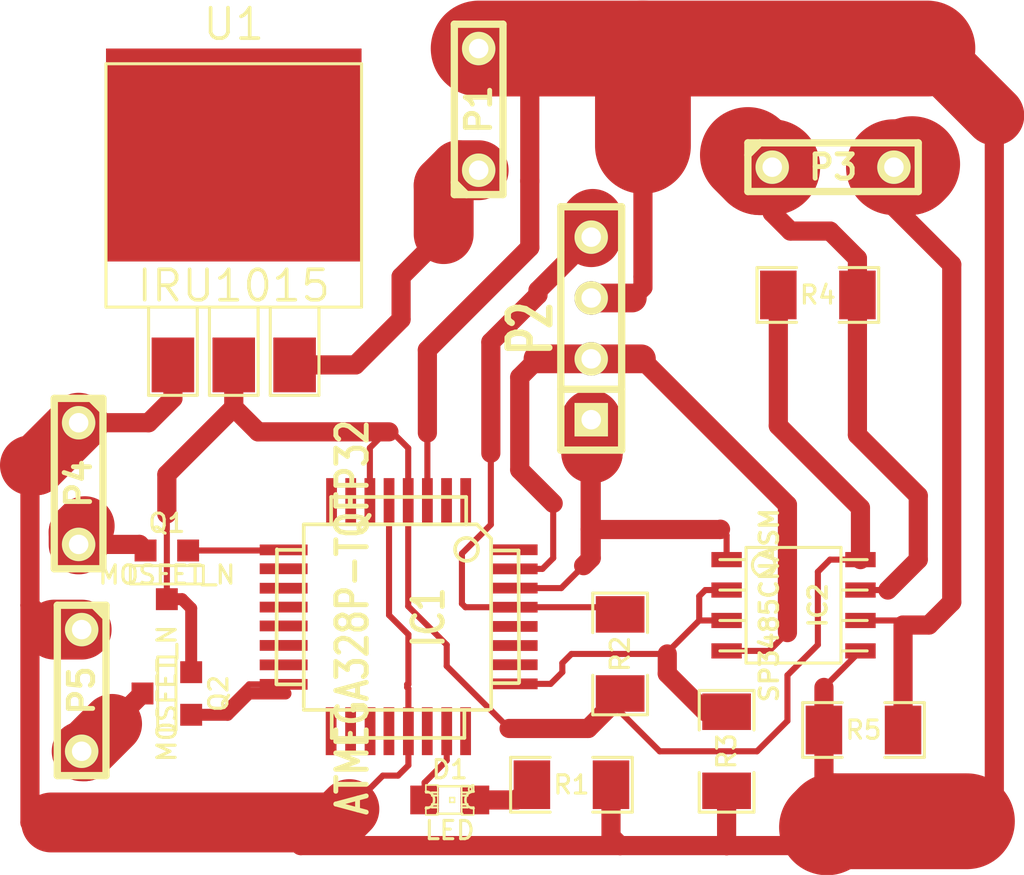
<source format=kicad_pcb>
(kicad_pcb (version 3) (host pcbnew "(2013-may-18)-stable")

  (general
    (links 39)
    (no_connects 1)
    (area 32.493 43.348688 73.552001 80.591377)
    (thickness 1.6)
    (drawings 0)
    (tracks 218)
    (zones 0)
    (modules 16)
    (nets 16)
  )

  (page A3)
  (layers
    (15 F.Cu signal)
    (0 B.Cu signal)
    (16 B.Adhes user)
    (17 F.Adhes user)
    (18 B.Paste user)
    (19 F.Paste user)
    (20 B.SilkS user)
    (21 F.SilkS user)
    (22 B.Mask user)
    (23 F.Mask user)
    (24 Dwgs.User user)
    (25 Cmts.User user)
    (26 Eco1.User user)
    (27 Eco2.User user)
    (28 Edge.Cuts user)
  )

  (setup
    (last_trace_width 2.5)
    (user_trace_width 0.5)
    (user_trace_width 0.8)
    (user_trace_width 1.2)
    (user_trace_width 2.5)
    (user_trace_width 4)
    (trace_clearance 0.254)
    (zone_clearance 0.508)
    (zone_45_only no)
    (trace_min 0.254)
    (segment_width 0.2)
    (edge_width 0.15)
    (via_size 0.889)
    (via_drill 0.635)
    (via_min_size 0.889)
    (via_min_drill 0.508)
    (uvia_size 0.508)
    (uvia_drill 0.127)
    (uvias_allowed no)
    (uvia_min_size 0.508)
    (uvia_min_drill 0.127)
    (pcb_text_width 0.3)
    (pcb_text_size 1 1)
    (mod_edge_width 0.15)
    (mod_text_size 1 1)
    (mod_text_width 0.15)
    (pad_size 1 1)
    (pad_drill 0.6)
    (pad_to_mask_clearance 0)
    (aux_axis_origin 0 0)
    (visible_elements FFFFFFBF)
    (pcbplotparams
      (layerselection 32768)
      (usegerberextensions false)
      (excludeedgelayer true)
      (linewidth 0.150000)
      (plotframeref false)
      (viasonmask false)
      (mode 1)
      (useauxorigin false)
      (hpglpennumber 1)
      (hpglpenspeed 20)
      (hpglpendiameter 15)
      (hpglpenoverlay 2)
      (psnegative false)
      (psa4output false)
      (plotreference true)
      (plotvalue true)
      (plotothertext true)
      (plotinvisibletext false)
      (padsonsilk false)
      (subtractmaskfromsilk false)
      (outputformat 2)
      (mirror false)
      (drillshape 0)
      (scaleselection 1)
      (outputdirectory ""))
  )

  (net 0 "")
  (net 1 +12V)
  (net 2 +5V)
  (net 3 /DI)
  (net 4 GND)
  (net 5 N-000001)
  (net 6 N-0000010)
  (net 7 N-0000011)
  (net 8 N-0000013)
  (net 9 N-0000014)
  (net 10 N-000002)
  (net 11 N-000003)
  (net 12 N-000004)
  (net 13 N-000006)
  (net 14 N-000008)
  (net 15 N-000009)

  (net_class Default "This is the default net class."
    (clearance 0.254)
    (trace_width 0.254)
    (via_dia 0.889)
    (via_drill 0.635)
    (uvia_dia 0.508)
    (uvia_drill 0.127)
    (add_net "")
    (add_net +12V)
    (add_net +5V)
    (add_net /DI)
    (add_net GND)
    (add_net N-000001)
    (add_net N-0000010)
    (add_net N-0000011)
    (add_net N-0000013)
    (add_net N-0000014)
    (add_net N-000002)
    (add_net N-000003)
    (add_net N-000004)
    (add_net N-000006)
    (add_net N-000008)
    (add_net N-000009)
  )

  (module TQFP32 (layer F.Cu) (tedit 43A670DA) (tstamp 53B5A394)
    (at 48.26 69.85 270)
    (path /53B44A10)
    (fp_text reference IC1 (at 0 -1.27 270) (layer F.SilkS)
      (effects (font (size 1.27 1.016) (thickness 0.2032)))
    )
    (fp_text value ATMEGA328P-TQFP32 (at 0 1.905 270) (layer F.SilkS)
      (effects (font (size 1.27 1.016) (thickness 0.2032)))
    )
    (fp_line (start 5.0292 2.7686) (end 3.8862 2.7686) (layer F.SilkS) (width 0.1524))
    (fp_line (start 5.0292 -2.7686) (end 3.9116 -2.7686) (layer F.SilkS) (width 0.1524))
    (fp_line (start 5.0292 2.7686) (end 5.0292 -2.7686) (layer F.SilkS) (width 0.1524))
    (fp_line (start 2.794 3.9624) (end 2.794 5.0546) (layer F.SilkS) (width 0.1524))
    (fp_line (start -2.8194 3.9878) (end -2.8194 5.0546) (layer F.SilkS) (width 0.1524))
    (fp_line (start -2.8448 5.0546) (end 2.794 5.08) (layer F.SilkS) (width 0.1524))
    (fp_line (start -2.794 -5.0292) (end 2.7178 -5.0546) (layer F.SilkS) (width 0.1524))
    (fp_line (start -3.8862 -3.2766) (end -3.8862 3.9116) (layer F.SilkS) (width 0.1524))
    (fp_line (start 2.7432 -5.0292) (end 2.7432 -3.9878) (layer F.SilkS) (width 0.1524))
    (fp_line (start -3.2512 -3.8862) (end 3.81 -3.8862) (layer F.SilkS) (width 0.1524))
    (fp_line (start 3.8608 3.937) (end 3.8608 -3.7846) (layer F.SilkS) (width 0.1524))
    (fp_line (start -3.8862 3.937) (end 3.7338 3.937) (layer F.SilkS) (width 0.1524))
    (fp_line (start -5.0292 -2.8448) (end -5.0292 2.794) (layer F.SilkS) (width 0.1524))
    (fp_line (start -5.0292 2.794) (end -3.8862 2.794) (layer F.SilkS) (width 0.1524))
    (fp_line (start -3.87604 -3.302) (end -3.29184 -3.8862) (layer F.SilkS) (width 0.1524))
    (fp_line (start -5.02412 -2.8448) (end -3.87604 -2.8448) (layer F.SilkS) (width 0.1524))
    (fp_line (start -2.794 -3.8862) (end -2.794 -5.03428) (layer F.SilkS) (width 0.1524))
    (fp_circle (center -2.83972 -2.86004) (end -2.43332 -2.60604) (layer F.SilkS) (width 0.1524))
    (pad 8 smd rect (at -4.81584 2.77622 270) (size 1.99898 0.44958)
      (layers F.Cu F.Paste F.Mask)
    )
    (pad 7 smd rect (at -4.81584 1.97612 270) (size 1.99898 0.44958)
      (layers F.Cu F.Paste F.Mask)
    )
    (pad 6 smd rect (at -4.81584 1.17602 270) (size 1.99898 0.44958)
      (layers F.Cu F.Paste F.Mask)
      (net 2 +5V)
    )
    (pad 5 smd rect (at -4.81584 0.37592 270) (size 1.99898 0.44958)
      (layers F.Cu F.Paste F.Mask)
      (net 4 GND)
    )
    (pad 4 smd rect (at -4.81584 -0.42418 270) (size 1.99898 0.44958)
      (layers F.Cu F.Paste F.Mask)
      (net 2 +5V)
    )
    (pad 3 smd rect (at -4.81584 -1.22428 270) (size 1.99898 0.44958)
      (layers F.Cu F.Paste F.Mask)
      (net 4 GND)
    )
    (pad 2 smd rect (at -4.81584 -2.02438 270) (size 1.99898 0.44958)
      (layers F.Cu F.Paste F.Mask)
    )
    (pad 1 smd rect (at -4.81584 -2.82448 270) (size 1.99898 0.44958)
      (layers F.Cu F.Paste F.Mask)
    )
    (pad 24 smd rect (at 4.7498 -2.8194 270) (size 1.99898 0.44958)
      (layers F.Cu F.Paste F.Mask)
    )
    (pad 17 smd rect (at 4.7498 2.794 270) (size 1.99898 0.44958)
      (layers F.Cu F.Paste F.Mask)
    )
    (pad 18 smd rect (at 4.7498 1.9812 270) (size 1.99898 0.44958)
      (layers F.Cu F.Paste F.Mask)
    )
    (pad 19 smd rect (at 4.7498 1.1684 270) (size 1.99898 0.44958)
      (layers F.Cu F.Paste F.Mask)
    )
    (pad 20 smd rect (at 4.7498 0.381 270) (size 1.99898 0.44958)
      (layers F.Cu F.Paste F.Mask)
    )
    (pad 21 smd rect (at 4.7498 -0.4318 270) (size 1.99898 0.44958)
      (layers F.Cu F.Paste F.Mask)
      (net 4 GND)
    )
    (pad 22 smd rect (at 4.7498 -1.2192 270) (size 1.99898 0.44958)
      (layers F.Cu F.Paste F.Mask)
    )
    (pad 23 smd rect (at 4.7498 -2.032 270) (size 1.99898 0.44958)
      (layers F.Cu F.Paste F.Mask)
      (net 9 N-0000014)
    )
    (pad 32 smd rect (at -2.82448 -4.826 270) (size 0.44958 1.99898)
      (layers F.Cu F.Paste F.Mask)
    )
    (pad 31 smd rect (at -2.02692 -4.826 270) (size 0.44958 1.99898)
      (layers F.Cu F.Paste F.Mask)
      (net 3 /DI)
    )
    (pad 30 smd rect (at -1.22428 -4.826 270) (size 0.44958 1.99898)
      (layers F.Cu F.Paste F.Mask)
      (net 10 N-000002)
    )
    (pad 29 smd rect (at -0.42672 -4.826 270) (size 0.44958 1.99898)
      (layers F.Cu F.Paste F.Mask)
      (net 5 N-000001)
    )
    (pad 28 smd rect (at 0.37592 -4.826 270) (size 0.44958 1.99898)
      (layers F.Cu F.Paste F.Mask)
    )
    (pad 27 smd rect (at 1.17348 -4.826 270) (size 0.44958 1.99898)
      (layers F.Cu F.Paste F.Mask)
    )
    (pad 26 smd rect (at 1.97612 -4.826 270) (size 0.44958 1.99898)
      (layers F.Cu F.Paste F.Mask)
    )
    (pad 25 smd rect (at 2.77368 -4.826 270) (size 0.44958 1.99898)
      (layers F.Cu F.Paste F.Mask)
      (net 12 N-000004)
    )
    (pad 9 smd rect (at -2.8194 4.7752 270) (size 0.44958 1.99898)
      (layers F.Cu F.Paste F.Mask)
      (net 15 N-000009)
    )
    (pad 10 smd rect (at -2.032 4.7752 270) (size 0.44958 1.99898)
      (layers F.Cu F.Paste F.Mask)
    )
    (pad 11 smd rect (at -1.2192 4.7752 270) (size 0.44958 1.99898)
      (layers F.Cu F.Paste F.Mask)
    )
    (pad 12 smd rect (at -0.4318 4.7752 270) (size 0.44958 1.99898)
      (layers F.Cu F.Paste F.Mask)
    )
    (pad 13 smd rect (at 0.3556 4.7752 270) (size 0.44958 1.99898)
      (layers F.Cu F.Paste F.Mask)
    )
    (pad 14 smd rect (at 1.1684 4.7752 270) (size 0.44958 1.99898)
      (layers F.Cu F.Paste F.Mask)
    )
    (pad 15 smd rect (at 1.9812 4.7752 270) (size 0.44958 1.99898)
      (layers F.Cu F.Paste F.Mask)
    )
    (pad 16 smd rect (at 2.794 4.7752 270) (size 0.44958 1.99898)
      (layers F.Cu F.Paste F.Mask)
      (net 7 N-0000011)
    )
    (model smd/tqfp32.wrl
      (at (xyz 0 0 0))
      (scale (xyz 1 1 1))
      (rotate (xyz 0 0 0))
    )
  )

  (module SM1206 (layer F.Cu) (tedit 42806E24) (tstamp 53B5A3A0)
    (at 57.531 71.374 270)
    (path /53B451EA)
    (attr smd)
    (fp_text reference R2 (at 0 0 270) (layer F.SilkS)
      (effects (font (size 0.762 0.762) (thickness 0.127)))
    )
    (fp_text value 1K (at 0 0 270) (layer F.SilkS) hide
      (effects (font (size 0.762 0.762) (thickness 0.127)))
    )
    (fp_line (start -2.54 -1.143) (end -2.54 1.143) (layer F.SilkS) (width 0.127))
    (fp_line (start -2.54 1.143) (end -0.889 1.143) (layer F.SilkS) (width 0.127))
    (fp_line (start 0.889 -1.143) (end 2.54 -1.143) (layer F.SilkS) (width 0.127))
    (fp_line (start 2.54 -1.143) (end 2.54 1.143) (layer F.SilkS) (width 0.127))
    (fp_line (start 2.54 1.143) (end 0.889 1.143) (layer F.SilkS) (width 0.127))
    (fp_line (start -0.889 -1.143) (end -2.54 -1.143) (layer F.SilkS) (width 0.127))
    (pad 1 smd rect (at -1.651 0 270) (size 1.524 2.032)
      (layers F.Cu F.Paste F.Mask)
      (net 5 N-000001)
    )
    (pad 2 smd rect (at 1.651 0 270) (size 1.524 2.032)
      (layers F.Cu F.Paste F.Mask)
      (net 2 +5V)
    )
    (model smd/chip_cms.wrl
      (at (xyz 0 0 0))
      (scale (xyz 0.17 0.16 0.16))
      (rotate (xyz 0 0 0))
    )
  )

  (module SM1206 (layer F.Cu) (tedit 42806E24) (tstamp 53B5A3AC)
    (at 55.499 76.835)
    (path /53B45424)
    (attr smd)
    (fp_text reference R1 (at 0 0) (layer F.SilkS)
      (effects (font (size 0.762 0.762) (thickness 0.127)))
    )
    (fp_text value 1K (at 0 0) (layer F.SilkS) hide
      (effects (font (size 0.762 0.762) (thickness 0.127)))
    )
    (fp_line (start -2.54 -1.143) (end -2.54 1.143) (layer F.SilkS) (width 0.127))
    (fp_line (start -2.54 1.143) (end -0.889 1.143) (layer F.SilkS) (width 0.127))
    (fp_line (start 0.889 -1.143) (end 2.54 -1.143) (layer F.SilkS) (width 0.127))
    (fp_line (start 2.54 -1.143) (end 2.54 1.143) (layer F.SilkS) (width 0.127))
    (fp_line (start 2.54 1.143) (end 0.889 1.143) (layer F.SilkS) (width 0.127))
    (fp_line (start -0.889 -1.143) (end -2.54 -1.143) (layer F.SilkS) (width 0.127))
    (pad 1 smd rect (at -1.651 0) (size 1.524 2.032)
      (layers F.Cu F.Paste F.Mask)
      (net 11 N-000003)
    )
    (pad 2 smd rect (at 1.651 0) (size 1.524 2.032)
      (layers F.Cu F.Paste F.Mask)
      (net 4 GND)
    )
    (model smd/chip_cms.wrl
      (at (xyz 0 0 0))
      (scale (xyz 0.17 0.16 0.16))
      (rotate (xyz 0 0 0))
    )
  )

  (module SM1206 (layer F.Cu) (tedit 42806E24) (tstamp 53B5A3B8)
    (at 61.976 75.438 90)
    (path /53B457C7)
    (attr smd)
    (fp_text reference R3 (at 0 0 90) (layer F.SilkS)
      (effects (font (size 0.762 0.762) (thickness 0.127)))
    )
    (fp_text value 10K (at 0 0 90) (layer F.SilkS) hide
      (effects (font (size 0.762 0.762) (thickness 0.127)))
    )
    (fp_line (start -2.54 -1.143) (end -2.54 1.143) (layer F.SilkS) (width 0.127))
    (fp_line (start -2.54 1.143) (end -0.889 1.143) (layer F.SilkS) (width 0.127))
    (fp_line (start 0.889 -1.143) (end 2.54 -1.143) (layer F.SilkS) (width 0.127))
    (fp_line (start 2.54 -1.143) (end 2.54 1.143) (layer F.SilkS) (width 0.127))
    (fp_line (start 2.54 1.143) (end 0.889 1.143) (layer F.SilkS) (width 0.127))
    (fp_line (start -0.889 -1.143) (end -2.54 -1.143) (layer F.SilkS) (width 0.127))
    (pad 1 smd rect (at -1.651 0 90) (size 1.524 2.032)
      (layers F.Cu F.Paste F.Mask)
      (net 4 GND)
    )
    (pad 2 smd rect (at 1.651 0 90) (size 1.524 2.032)
      (layers F.Cu F.Paste F.Mask)
      (net 12 N-000004)
    )
    (model smd/chip_cms.wrl
      (at (xyz 0 0 0))
      (scale (xyz 0.17 0.16 0.16))
      (rotate (xyz 0 0 0))
    )
  )

  (module SM1206 (layer F.Cu) (tedit 42806E24) (tstamp 53B5A3C4)
    (at 65.786 56.388 180)
    (path /53B59FCA)
    (attr smd)
    (fp_text reference R4 (at 0 0 180) (layer F.SilkS)
      (effects (font (size 0.762 0.762) (thickness 0.127)))
    )
    (fp_text value 560 (at 0 0 180) (layer F.SilkS) hide
      (effects (font (size 0.762 0.762) (thickness 0.127)))
    )
    (fp_line (start -2.54 -1.143) (end -2.54 1.143) (layer F.SilkS) (width 0.127))
    (fp_line (start -2.54 1.143) (end -0.889 1.143) (layer F.SilkS) (width 0.127))
    (fp_line (start 0.889 -1.143) (end 2.54 -1.143) (layer F.SilkS) (width 0.127))
    (fp_line (start 2.54 -1.143) (end 2.54 1.143) (layer F.SilkS) (width 0.127))
    (fp_line (start 2.54 1.143) (end 0.889 1.143) (layer F.SilkS) (width 0.127))
    (fp_line (start -0.889 -1.143) (end -2.54 -1.143) (layer F.SilkS) (width 0.127))
    (pad 1 smd rect (at -1.651 0 180) (size 1.524 2.032)
      (layers F.Cu F.Paste F.Mask)
      (net 13 N-000006)
    )
    (pad 2 smd rect (at 1.651 0 180) (size 1.524 2.032)
      (layers F.Cu F.Paste F.Mask)
      (net 2 +5V)
    )
    (model smd/chip_cms.wrl
      (at (xyz 0 0 0))
      (scale (xyz 0.17 0.16 0.16))
      (rotate (xyz 0 0 0))
    )
  )

  (module SM1206 (layer F.Cu) (tedit 42806E24) (tstamp 53BAFD8F)
    (at 67.691 74.549)
    (path /53B59FD0)
    (attr smd)
    (fp_text reference R5 (at 0 0) (layer F.SilkS)
      (effects (font (size 0.762 0.762) (thickness 0.127)))
    )
    (fp_text value 560 (at 0 0) (layer F.SilkS) hide
      (effects (font (size 0.762 0.762) (thickness 0.127)))
    )
    (fp_line (start -2.54 -1.143) (end -2.54 1.143) (layer F.SilkS) (width 0.127))
    (fp_line (start -2.54 1.143) (end -0.889 1.143) (layer F.SilkS) (width 0.127))
    (fp_line (start 0.889 -1.143) (end 2.54 -1.143) (layer F.SilkS) (width 0.127))
    (fp_line (start 2.54 -1.143) (end 2.54 1.143) (layer F.SilkS) (width 0.127))
    (fp_line (start 2.54 1.143) (end 0.889 1.143) (layer F.SilkS) (width 0.127))
    (fp_line (start -0.889 -1.143) (end -2.54 -1.143) (layer F.SilkS) (width 0.127))
    (pad 1 smd rect (at -1.651 0) (size 1.524 2.032)
      (layers F.Cu F.Paste F.Mask)
      (net 4 GND)
    )
    (pad 2 smd rect (at 1.651 0) (size 1.524 2.032)
      (layers F.Cu F.Paste F.Mask)
      (net 14 N-000008)
    )
    (model smd/chip_cms.wrl
      (at (xyz 0 0 0))
      (scale (xyz 0.17 0.16 0.16))
      (rotate (xyz 0 0 0))
    )
  )

  (module SIL-4 (layer F.Cu) (tedit 200000) (tstamp 53BA7070)
    (at 56.3245 57.785 90)
    (descr "Connecteur 4 pibs")
    (tags "CONN DEV")
    (path /53B4528F)
    (fp_text reference P2 (at 0 -2.54 90) (layer F.SilkS)
      (effects (font (size 1.73482 1.08712) (thickness 0.3048)))
    )
    (fp_text value CONN_4 (at 0 -2.54 90) (layer F.SilkS) hide
      (effects (font (size 1.524 1.016) (thickness 0.3048)))
    )
    (fp_line (start -5.08 -1.27) (end -5.08 -1.27) (layer F.SilkS) (width 0.3048))
    (fp_line (start -5.08 1.27) (end -5.08 -1.27) (layer F.SilkS) (width 0.3048))
    (fp_line (start -5.08 -1.27) (end -5.08 -1.27) (layer F.SilkS) (width 0.3048))
    (fp_line (start -5.08 -1.27) (end 5.08 -1.27) (layer F.SilkS) (width 0.3048))
    (fp_line (start 5.08 -1.27) (end 5.08 1.27) (layer F.SilkS) (width 0.3048))
    (fp_line (start 5.08 1.27) (end -5.08 1.27) (layer F.SilkS) (width 0.3048))
    (fp_line (start -2.54 1.27) (end -2.54 -1.27) (layer F.SilkS) (width 0.3048))
    (pad 1 thru_hole rect (at -3.81 0 90) (size 1.397 1.397) (drill 0.8128)
      (layers *.Cu *.Mask F.SilkS)
      (net 10 N-000002)
    )
    (pad 2 thru_hole circle (at -1.27 0 90) (size 1.397 1.397) (drill 0.8128)
      (layers *.Cu *.Mask F.SilkS)
      (net 3 /DI)
    )
    (pad 3 thru_hole circle (at 1.27 0 90) (size 1.397 1.397) (drill 0.8128)
      (layers *.Cu *.Mask F.SilkS)
      (net 4 GND)
    )
    (pad 4 thru_hole circle (at 3.81 0 90) (size 1.397 1.397) (drill 0.8128)
      (layers *.Cu *.Mask F.SilkS)
      (net 5 N-000001)
    )
  )

  (module LED-0805 (layer F.Cu) (tedit 49DC4C0B) (tstamp 53B5A41A)
    (at 50.419 77.47)
    (descr "LED 0805 smd package")
    (tags "LED 0805 SMD")
    (path /53B453A6)
    (attr smd)
    (fp_text reference D1 (at 0 -1.27) (layer F.SilkS)
      (effects (font (size 0.762 0.762) (thickness 0.127)))
    )
    (fp_text value LED (at 0 1.27) (layer F.SilkS)
      (effects (font (size 0.762 0.762) (thickness 0.127)))
    )
    (fp_line (start 0.49784 0.29972) (end 0.49784 0.62484) (layer F.SilkS) (width 0.06604))
    (fp_line (start 0.49784 0.62484) (end 0.99822 0.62484) (layer F.SilkS) (width 0.06604))
    (fp_line (start 0.99822 0.29972) (end 0.99822 0.62484) (layer F.SilkS) (width 0.06604))
    (fp_line (start 0.49784 0.29972) (end 0.99822 0.29972) (layer F.SilkS) (width 0.06604))
    (fp_line (start 0.49784 -0.32258) (end 0.49784 -0.17272) (layer F.SilkS) (width 0.06604))
    (fp_line (start 0.49784 -0.17272) (end 0.7493 -0.17272) (layer F.SilkS) (width 0.06604))
    (fp_line (start 0.7493 -0.32258) (end 0.7493 -0.17272) (layer F.SilkS) (width 0.06604))
    (fp_line (start 0.49784 -0.32258) (end 0.7493 -0.32258) (layer F.SilkS) (width 0.06604))
    (fp_line (start 0.49784 0.17272) (end 0.49784 0.32258) (layer F.SilkS) (width 0.06604))
    (fp_line (start 0.49784 0.32258) (end 0.7493 0.32258) (layer F.SilkS) (width 0.06604))
    (fp_line (start 0.7493 0.17272) (end 0.7493 0.32258) (layer F.SilkS) (width 0.06604))
    (fp_line (start 0.49784 0.17272) (end 0.7493 0.17272) (layer F.SilkS) (width 0.06604))
    (fp_line (start 0.49784 -0.19812) (end 0.49784 0.19812) (layer F.SilkS) (width 0.06604))
    (fp_line (start 0.49784 0.19812) (end 0.6731 0.19812) (layer F.SilkS) (width 0.06604))
    (fp_line (start 0.6731 -0.19812) (end 0.6731 0.19812) (layer F.SilkS) (width 0.06604))
    (fp_line (start 0.49784 -0.19812) (end 0.6731 -0.19812) (layer F.SilkS) (width 0.06604))
    (fp_line (start -0.99822 0.29972) (end -0.99822 0.62484) (layer F.SilkS) (width 0.06604))
    (fp_line (start -0.99822 0.62484) (end -0.49784 0.62484) (layer F.SilkS) (width 0.06604))
    (fp_line (start -0.49784 0.29972) (end -0.49784 0.62484) (layer F.SilkS) (width 0.06604))
    (fp_line (start -0.99822 0.29972) (end -0.49784 0.29972) (layer F.SilkS) (width 0.06604))
    (fp_line (start -0.99822 -0.62484) (end -0.99822 -0.29972) (layer F.SilkS) (width 0.06604))
    (fp_line (start -0.99822 -0.29972) (end -0.49784 -0.29972) (layer F.SilkS) (width 0.06604))
    (fp_line (start -0.49784 -0.62484) (end -0.49784 -0.29972) (layer F.SilkS) (width 0.06604))
    (fp_line (start -0.99822 -0.62484) (end -0.49784 -0.62484) (layer F.SilkS) (width 0.06604))
    (fp_line (start -0.7493 0.17272) (end -0.7493 0.32258) (layer F.SilkS) (width 0.06604))
    (fp_line (start -0.7493 0.32258) (end -0.49784 0.32258) (layer F.SilkS) (width 0.06604))
    (fp_line (start -0.49784 0.17272) (end -0.49784 0.32258) (layer F.SilkS) (width 0.06604))
    (fp_line (start -0.7493 0.17272) (end -0.49784 0.17272) (layer F.SilkS) (width 0.06604))
    (fp_line (start -0.7493 -0.32258) (end -0.7493 -0.17272) (layer F.SilkS) (width 0.06604))
    (fp_line (start -0.7493 -0.17272) (end -0.49784 -0.17272) (layer F.SilkS) (width 0.06604))
    (fp_line (start -0.49784 -0.32258) (end -0.49784 -0.17272) (layer F.SilkS) (width 0.06604))
    (fp_line (start -0.7493 -0.32258) (end -0.49784 -0.32258) (layer F.SilkS) (width 0.06604))
    (fp_line (start -0.6731 -0.19812) (end -0.6731 0.19812) (layer F.SilkS) (width 0.06604))
    (fp_line (start -0.6731 0.19812) (end -0.49784 0.19812) (layer F.SilkS) (width 0.06604))
    (fp_line (start -0.49784 -0.19812) (end -0.49784 0.19812) (layer F.SilkS) (width 0.06604))
    (fp_line (start -0.6731 -0.19812) (end -0.49784 -0.19812) (layer F.SilkS) (width 0.06604))
    (fp_line (start 0 -0.09906) (end 0 0.09906) (layer F.SilkS) (width 0.06604))
    (fp_line (start 0 0.09906) (end 0.19812 0.09906) (layer F.SilkS) (width 0.06604))
    (fp_line (start 0.19812 -0.09906) (end 0.19812 0.09906) (layer F.SilkS) (width 0.06604))
    (fp_line (start 0 -0.09906) (end 0.19812 -0.09906) (layer F.SilkS) (width 0.06604))
    (fp_line (start 0.49784 -0.59944) (end 0.49784 -0.29972) (layer F.SilkS) (width 0.06604))
    (fp_line (start 0.49784 -0.29972) (end 0.79756 -0.29972) (layer F.SilkS) (width 0.06604))
    (fp_line (start 0.79756 -0.59944) (end 0.79756 -0.29972) (layer F.SilkS) (width 0.06604))
    (fp_line (start 0.49784 -0.59944) (end 0.79756 -0.59944) (layer F.SilkS) (width 0.06604))
    (fp_line (start 0.92456 -0.62484) (end 0.92456 -0.39878) (layer F.SilkS) (width 0.06604))
    (fp_line (start 0.92456 -0.39878) (end 0.99822 -0.39878) (layer F.SilkS) (width 0.06604))
    (fp_line (start 0.99822 -0.62484) (end 0.99822 -0.39878) (layer F.SilkS) (width 0.06604))
    (fp_line (start 0.92456 -0.62484) (end 0.99822 -0.62484) (layer F.SilkS) (width 0.06604))
    (fp_line (start 0.52324 0.57404) (end -0.52324 0.57404) (layer F.SilkS) (width 0.1016))
    (fp_line (start -0.49784 -0.57404) (end 0.92456 -0.57404) (layer F.SilkS) (width 0.1016))
    (fp_circle (center 0.84836 -0.44958) (end 0.89916 -0.50038) (layer F.SilkS) (width 0.0508))
    (fp_arc (start 0.99822 0) (end 0.99822 0.34798) (angle 180) (layer F.SilkS) (width 0.1016))
    (fp_arc (start -0.99822 0) (end -0.99822 -0.34798) (angle 180) (layer F.SilkS) (width 0.1016))
    (pad 1 smd rect (at -1.04902 0) (size 1.19888 1.19888)
      (layers F.Cu F.Paste F.Mask)
      (net 9 N-0000014)
    )
    (pad 2 smd rect (at 1.04902 0) (size 1.19888 1.19888)
      (layers F.Cu F.Paste F.Mask)
      (net 11 N-000003)
    )
  )

  (module DPAK3 (layer F.Cu) (tedit 42808881) (tstamp 53B5A42F)
    (at 41.402 59.309)
    (tags "CMS DPACK")
    (path /53B44AD1)
    (fp_text reference U1 (at 0 -14.224) (layer F.SilkS)
      (effects (font (size 1.27 1.27) (thickness 0.1524)))
    )
    (fp_text value IRU1015 (at 0 -3.302) (layer F.SilkS)
      (effects (font (size 1.27 1.27) (thickness 0.1524)))
    )
    (fp_line (start 1.524 -2.413) (end 1.524 1.27) (layer F.SilkS) (width 0.127))
    (fp_line (start 1.524 1.27) (end 3.556 1.27) (layer F.SilkS) (width 0.127))
    (fp_line (start 3.556 1.27) (end 3.556 -2.413) (layer F.SilkS) (width 0.127))
    (fp_line (start -1.016 -2.413) (end -1.016 1.27) (layer F.SilkS) (width 0.127))
    (fp_line (start -1.016 1.27) (end 1.016 1.27) (layer F.SilkS) (width 0.127))
    (fp_line (start 1.016 1.27) (end 1.016 -2.413) (layer F.SilkS) (width 0.127))
    (fp_line (start -3.556 -2.413) (end -3.556 1.27) (layer F.SilkS) (width 0.127))
    (fp_line (start -3.556 1.27) (end -1.524 1.27) (layer F.SilkS) (width 0.127))
    (fp_line (start -1.524 1.27) (end -1.524 -2.413) (layer F.SilkS) (width 0.127))
    (fp_line (start -5.334 -2.413) (end 5.334 -2.413) (layer F.SilkS) (width 0.127))
    (fp_line (start 5.334 -2.413) (end 5.334 -12.573) (layer F.SilkS) (width 0.127))
    (fp_line (start 5.334 -12.573) (end -5.334 -12.573) (layer F.SilkS) (width 0.127))
    (fp_line (start -5.334 -12.573) (end -5.334 -2.413) (layer F.SilkS) (width 0.127))
    (pad 2 smd rect (at 0 -8.763) (size 10.668 8.89)
      (layers F.Cu F.Paste F.Mask)
      (net 2 +5V)
    )
    (pad 2 smd rect (at 0 0) (size 1.778 2.286)
      (layers F.Cu F.Paste F.Mask)
      (net 2 +5V)
    )
    (pad 1 smd rect (at -2.54 0) (size 1.778 2.286)
      (layers F.Cu F.Paste F.Mask)
      (net 4 GND)
    )
    (pad 3 smd rect (at 2.54 0) (size 1.778 2.286)
      (layers F.Cu F.Paste F.Mask)
      (net 1 +12V)
    )
    (model smd/dpack_3.wrl
      (at (xyz 0 0 0))
      (scale (xyz 1 1 1))
      (rotate (xyz 0 0 0))
    )
  )

  (module C2 (layer F.Cu) (tedit 53BA6EE3) (tstamp 53BA6F53)
    (at 51.6255 48.641 90)
    (descr "Condensateur = 2 pas")
    (tags C)
    (path /53B44DC6)
    (fp_text reference P1 (at 0 0 90) (layer F.SilkS)
      (effects (font (size 1.016 1.016) (thickness 0.2032)))
    )
    (fp_text value CONN_2 (at 0 0 90) (layer F.SilkS) hide
      (effects (font (size 1.016 1.016) (thickness 0.2032)))
    )
    (fp_line (start -3.556 -1.016) (end 3.556 -1.016) (layer F.SilkS) (width 0.3048))
    (fp_line (start 3.556 -1.016) (end 3.556 1.016) (layer F.SilkS) (width 0.3048))
    (fp_line (start 3.556 1.016) (end -3.556 1.016) (layer F.SilkS) (width 0.3048))
    (fp_line (start -3.556 1.016) (end -3.556 -1.016) (layer F.SilkS) (width 0.3048))
    (fp_line (start -3.556 -0.508) (end -3.048 -1.016) (layer F.SilkS) (width 0.3048))
    (pad 1 thru_hole circle (at -2.54 0 90) (size 1.397 1.397) (drill 0.8128)
      (layers *.Cu *.Mask F.SilkS)
      (net 1 +12V)
    )
    (pad 2 thru_hole circle (at 2.54 0 90) (size 1.397 1.397) (drill 0.8128)
      (layers *.Cu *.Mask F.SilkS)
      (net 4 GND)
    )
    (model discret/capa_2pas_5x5mm.wrl
      (at (xyz 0 0 0))
      (scale (xyz 1 1 1))
      (rotate (xyz 0 0 0))
    )
  )

  (module C2 (layer F.Cu) (tedit 200000) (tstamp 53B5A445)
    (at 66.421 51.054)
    (descr "Condensateur = 2 pas")
    (tags C)
    (path /53B4510D)
    (fp_text reference P3 (at 0 0) (layer F.SilkS)
      (effects (font (size 1.016 1.016) (thickness 0.2032)))
    )
    (fp_text value CONN_2 (at 0 0) (layer F.SilkS) hide
      (effects (font (size 1.016 1.016) (thickness 0.2032)))
    )
    (fp_line (start -3.556 -1.016) (end 3.556 -1.016) (layer F.SilkS) (width 0.3048))
    (fp_line (start 3.556 -1.016) (end 3.556 1.016) (layer F.SilkS) (width 0.3048))
    (fp_line (start 3.556 1.016) (end -3.556 1.016) (layer F.SilkS) (width 0.3048))
    (fp_line (start -3.556 1.016) (end -3.556 -1.016) (layer F.SilkS) (width 0.3048))
    (fp_line (start -3.556 -0.508) (end -3.048 -1.016) (layer F.SilkS) (width 0.3048))
    (pad 1 thru_hole circle (at -2.54 0) (size 1.397 1.397) (drill 0.8128)
      (layers *.Cu *.Mask F.SilkS)
      (net 13 N-000006)
    )
    (pad 2 thru_hole circle (at 2.54 0) (size 1.397 1.397) (drill 0.8128)
      (layers *.Cu *.Mask F.SilkS)
      (net 14 N-000008)
    )
    (model discret/capa_2pas_5x5mm.wrl
      (at (xyz 0 0 0))
      (scale (xyz 1 1 1))
      (rotate (xyz 0 0 0))
    )
  )

  (module SOT23GDS (layer F.Cu) (tedit 50911E03) (tstamp 53B70C22)
    (at 38.608 68.072)
    (descr "Module CMS SOT23 Transistore EBC")
    (tags "CMS SOT")
    (path /53B7013C)
    (attr smd)
    (fp_text reference Q1 (at 0 -2.159) (layer F.SilkS)
      (effects (font (size 0.762 0.762) (thickness 0.12954)))
    )
    (fp_text value MOSFET_N (at 0 0) (layer F.SilkS)
      (effects (font (size 0.762 0.762) (thickness 0.12954)))
    )
    (fp_line (start -1.524 -0.381) (end 1.524 -0.381) (layer F.SilkS) (width 0.11938))
    (fp_line (start 1.524 -0.381) (end 1.524 0.381) (layer F.SilkS) (width 0.11938))
    (fp_line (start 1.524 0.381) (end -1.524 0.381) (layer F.SilkS) (width 0.11938))
    (fp_line (start -1.524 0.381) (end -1.524 -0.381) (layer F.SilkS) (width 0.11938))
    (pad S smd rect (at -0.889 -1.016) (size 0.9144 0.9144)
      (layers F.Cu F.Paste F.Mask)
      (net 6 N-0000010)
    )
    (pad G smd rect (at 0.889 -1.016) (size 0.9144 0.9144)
      (layers F.Cu F.Paste F.Mask)
      (net 15 N-000009)
    )
    (pad D smd rect (at 0 1.016) (size 0.9144 0.9144)
      (layers F.Cu F.Paste F.Mask)
      (net 2 +5V)
    )
    (model smd/cms_sot23.wrl
      (at (xyz 0 0 0))
      (scale (xyz 0.13 0.15 0.15))
      (rotate (xyz 0 0 0))
    )
  )

  (module SOT23GDS (layer F.Cu) (tedit 50911E03) (tstamp 53B70C2D)
    (at 38.608 73.025 270)
    (descr "Module CMS SOT23 Transistore EBC")
    (tags "CMS SOT")
    (path /53B70190)
    (attr smd)
    (fp_text reference Q2 (at 0 -2.159 270) (layer F.SilkS)
      (effects (font (size 0.762 0.762) (thickness 0.12954)))
    )
    (fp_text value MOSFET_N (at 0 0 270) (layer F.SilkS)
      (effects (font (size 0.762 0.762) (thickness 0.12954)))
    )
    (fp_line (start -1.524 -0.381) (end 1.524 -0.381) (layer F.SilkS) (width 0.11938))
    (fp_line (start 1.524 -0.381) (end 1.524 0.381) (layer F.SilkS) (width 0.11938))
    (fp_line (start 1.524 0.381) (end -1.524 0.381) (layer F.SilkS) (width 0.11938))
    (fp_line (start -1.524 0.381) (end -1.524 -0.381) (layer F.SilkS) (width 0.11938))
    (pad S smd rect (at -0.889 -1.016 270) (size 0.9144 0.9144)
      (layers F.Cu F.Paste F.Mask)
      (net 2 +5V)
    )
    (pad G smd rect (at 0.889 -1.016 270) (size 0.9144 0.9144)
      (layers F.Cu F.Paste F.Mask)
      (net 7 N-0000011)
    )
    (pad D smd rect (at 0 1.016 270) (size 0.9144 0.9144)
      (layers F.Cu F.Paste F.Mask)
      (net 8 N-0000013)
    )
    (model smd/cms_sot23.wrl
      (at (xyz 0 0 0))
      (scale (xyz 0.13 0.15 0.15))
      (rotate (xyz 0 0 0))
    )
  )

  (module C2 (layer F.Cu) (tedit 53B7138E) (tstamp 53B70C38)
    (at 34.925 64.262 270)
    (descr "Condensateur = 2 pas")
    (tags C)
    (path /53B707A6)
    (fp_text reference P4 (at 0 0 270) (layer F.SilkS)
      (effects (font (size 1.016 1.016) (thickness 0.2032)))
    )
    (fp_text value RELEPD5 (at 0 0 270) (layer F.SilkS) hide
      (effects (font (size 1.016 1.016) (thickness 0.2032)))
    )
    (fp_line (start -3.556 -1.016) (end 3.556 -1.016) (layer F.SilkS) (width 0.3048))
    (fp_line (start 3.556 -1.016) (end 3.556 1.016) (layer F.SilkS) (width 0.3048))
    (fp_line (start 3.556 1.016) (end -3.556 1.016) (layer F.SilkS) (width 0.3048))
    (fp_line (start -3.556 1.016) (end -3.556 -1.016) (layer F.SilkS) (width 0.3048))
    (fp_line (start -3.556 -0.508) (end -3.048 -1.016) (layer F.SilkS) (width 0.3048))
    (pad 1 thru_hole circle (at -2.54 0 270) (size 1.397 1.397) (drill 0.8128)
      (layers *.Cu *.Mask F.SilkS)
      (net 4 GND)
    )
    (pad 2 thru_hole circle (at 2.54 0 270) (size 1.397 1.397) (drill 0.8128)
      (layers *.Cu *.Mask F.SilkS)
      (net 6 N-0000010)
    )
    (model discret/capa_2pas_5x5mm.wrl
      (at (xyz 0 0 0))
      (scale (xyz 1 1 1))
      (rotate (xyz 0 0 0))
    )
  )

  (module C2 (layer F.Cu) (tedit 53B70CCA) (tstamp 53B70C43)
    (at 35.052 72.898 270)
    (descr "Condensateur = 2 pas")
    (tags C)
    (path /53B707AC)
    (fp_text reference P5 (at 0 0 270) (layer F.SilkS)
      (effects (font (size 1.016 1.016) (thickness 0.2032)))
    )
    (fp_text value CONN_2RELEPB4 (at 0 0 270) (layer F.SilkS) hide
      (effects (font (size 1.016 1.016) (thickness 0.2032)))
    )
    (fp_line (start -3.556 -1.016) (end 3.556 -1.016) (layer F.SilkS) (width 0.3048))
    (fp_line (start 3.556 -1.016) (end 3.556 1.016) (layer F.SilkS) (width 0.3048))
    (fp_line (start 3.556 1.016) (end -3.556 1.016) (layer F.SilkS) (width 0.3048))
    (fp_line (start -3.556 1.016) (end -3.556 -1.016) (layer F.SilkS) (width 0.3048))
    (fp_line (start -3.556 -0.508) (end -3.048 -1.016) (layer F.SilkS) (width 0.3048))
    (pad 1 thru_hole circle (at -2.54 0 270) (size 1.397 1.397) (drill 0.8128)
      (layers *.Cu *.Mask F.SilkS)
      (net 4 GND)
    )
    (pad 2 thru_hole circle (at 2.54 0 270) (size 1.397 1.397) (drill 0.8128)
      (layers *.Cu *.Mask F.SilkS)
      (net 8 N-0000013)
    )
    (model discret/capa_2pas_5x5mm.wrl
      (at (xyz 0 0 0))
      (scale (xyz 1 1 1))
      (rotate (xyz 0 0 0))
    )
  )

  (module so-8 (layer F.Cu) (tedit 48A6C16E) (tstamp 53B70E28)
    (at 64.77 69.342 270)
    (descr SO-8)
    (path /53B712AC)
    (attr smd)
    (fp_text reference IC2 (at 0 -1.016 270) (layer F.SilkS)
      (effects (font (size 0.7493 0.7493) (thickness 0.14986)))
    )
    (fp_text value SP3485CNASM (at 0 1.016 270) (layer F.SilkS)
      (effects (font (size 0.7493 0.7493) (thickness 0.14986)))
    )
    (fp_line (start -2.413 -1.9812) (end -2.413 1.9812) (layer F.SilkS) (width 0.127))
    (fp_line (start -2.413 1.9812) (end 2.413 1.9812) (layer F.SilkS) (width 0.127))
    (fp_line (start 2.413 1.9812) (end 2.413 -1.9812) (layer F.SilkS) (width 0.127))
    (fp_line (start 2.413 -1.9812) (end -2.413 -1.9812) (layer F.SilkS) (width 0.127))
    (fp_line (start -1.905 -1.9812) (end -1.905 -3.0734) (layer F.SilkS) (width 0.127))
    (fp_line (start -0.635 -1.9812) (end -0.635 -3.0734) (layer F.SilkS) (width 0.127))
    (fp_line (start 0.635 -1.9812) (end 0.635 -3.0734) (layer F.SilkS) (width 0.127))
    (fp_line (start 1.905 -3.0734) (end 1.905 -1.9812) (layer F.SilkS) (width 0.127))
    (fp_line (start 1.905 1.9812) (end 1.905 3.0734) (layer F.SilkS) (width 0.127))
    (fp_line (start 0.635 3.0734) (end 0.635 1.9812) (layer F.SilkS) (width 0.127))
    (fp_line (start -0.635 3.0734) (end -0.635 1.9812) (layer F.SilkS) (width 0.127))
    (fp_line (start -1.905 3.0734) (end -1.905 1.9812) (layer F.SilkS) (width 0.127))
    (fp_circle (center -1.6764 1.2446) (end -1.9558 1.6256) (layer F.SilkS) (width 0.127))
    (pad 1 smd rect (at -1.905 2.794 270) (size 0.635 1.27)
      (layers F.Cu F.Paste F.Mask)
      (net 10 N-000002)
    )
    (pad 2 smd rect (at -0.635 2.794 270) (size 0.635 1.27)
      (layers F.Cu F.Paste F.Mask)
      (net 12 N-000004)
    )
    (pad 3 smd rect (at 0.635 2.794 270) (size 0.635 1.27)
      (layers F.Cu F.Paste F.Mask)
      (net 12 N-000004)
    )
    (pad 4 smd rect (at 1.905 2.794 270) (size 0.635 1.27)
      (layers F.Cu F.Paste F.Mask)
      (net 3 /DI)
    )
    (pad 5 smd rect (at 1.905 -2.794 270) (size 0.635 1.27)
      (layers F.Cu F.Paste F.Mask)
      (net 4 GND)
    )
    (pad 6 smd rect (at 0.635 -2.794 270) (size 0.635 1.27)
      (layers F.Cu F.Paste F.Mask)
      (net 14 N-000008)
    )
    (pad 7 smd rect (at -0.635 -2.794 270) (size 0.635 1.27)
      (layers F.Cu F.Paste F.Mask)
      (net 13 N-000006)
    )
    (pad 8 smd rect (at -1.905 -2.794 270) (size 0.635 1.27)
      (layers F.Cu F.Paste F.Mask)
      (net 2 +5V)
    )
    (model smd/smd_dil/so-8.wrl
      (at (xyz 0 0 0))
      (scale (xyz 1 1 1))
      (rotate (xyz 0 0 0))
    )
  )

  (segment (start 51.6255 51.181) (end 50.8 51.181) (width 2.5) (layer F.Cu) (net 1))
  (segment (start 50.8 51.181) (end 50.165 51.816) (width 2.5) (layer F.Cu) (net 1) (tstamp 53BAFF6D))
  (segment (start 50.165 51.816) (end 50.165 53.848) (width 2.5) (layer F.Cu) (net 1) (tstamp 53BAFF6F))
  (segment (start 43.942 59.309) (end 46.482 59.309) (width 0.8) (layer F.Cu) (net 1))
  (segment (start 46.482 59.309) (end 48.387 57.404) (width 0.8) (layer F.Cu) (net 1) (tstamp 53BAA03B))
  (segment (start 48.387 57.404) (end 48.387 55.626) (width 0.8) (layer F.Cu) (net 1) (tstamp 53BAA03C))
  (segment (start 48.387 55.626) (end 50.165 53.848) (width 0.8) (layer F.Cu) (net 1) (tstamp 53BAA03D))
  (segment (start 64.135 56.388) (end 64.135 61.849) (width 0.8) (layer F.Cu) (net 2))
  (segment (start 64.135 61.849) (end 67.564 65.278) (width 0.8) (layer F.Cu) (net 2) (tstamp 53BAFFF3))
  (segment (start 67.564 65.278) (end 67.564 67.437) (width 0.8) (layer F.Cu) (net 2) (tstamp 53BAFFF4))
  (segment (start 57.531 73.025) (end 57.531 73.787) (width 0.254) (layer F.Cu) (net 2))
  (segment (start 66.294 67.437) (end 67.564 67.437) (width 0.254) (layer F.Cu) (net 2) (tstamp 53BAFE9F))
  (segment (start 65.786 67.945) (end 66.294 67.437) (width 0.254) (layer F.Cu) (net 2) (tstamp 53BAFE9E))
  (segment (start 65.786 70.993) (end 65.786 67.945) (width 0.254) (layer F.Cu) (net 2) (tstamp 53BAFE9C))
  (segment (start 64.516 72.263) (end 65.786 70.993) (width 0.254) (layer F.Cu) (net 2) (tstamp 53BAFE9A))
  (segment (start 64.516 74.168) (end 64.516 72.263) (width 0.254) (layer F.Cu) (net 2) (tstamp 53BAFE98))
  (segment (start 63.246 75.438) (end 64.516 74.168) (width 0.254) (layer F.Cu) (net 2) (tstamp 53BAFE96))
  (segment (start 59.182 75.438) (end 63.246 75.438) (width 0.254) (layer F.Cu) (net 2) (tstamp 53BAFE94))
  (segment (start 57.531 73.787) (end 59.182 75.438) (width 0.254) (layer F.Cu) (net 2) (tstamp 53BAFE93))
  (segment (start 38.608 65.532) (end 38.608 63.881) (width 0.8) (layer F.Cu) (net 2))
  (segment (start 38.608 63.881) (end 41.402 61.087) (width 0.8) (layer F.Cu) (net 2) (tstamp 53BAA05E))
  (segment (start 38.608 69.088) (end 38.608 65.532) (width 0.254) (layer F.Cu) (net 2))
  (segment (start 38.608 65.532) (end 38.735 65.659) (width 0.254) (layer F.Cu) (net 2) (tstamp 53BAA054))
  (segment (start 47.08398 65.03416) (end 47.08398 62.77102) (width 0.254) (layer F.Cu) (net 2))
  (segment (start 48.68418 62.78118) (end 48.68418 65.03416) (width 0.254) (layer F.Cu) (net 2) (tstamp 53BAA04D))
  (segment (start 48.006 62.103) (end 48.68418 62.78118) (width 0.254) (layer F.Cu) (net 2) (tstamp 53BAA04B))
  (segment (start 47.752 62.103) (end 48.006 62.103) (width 0.254) (layer F.Cu) (net 2) (tstamp 53BAA04A))
  (segment (start 47.08398 62.77102) (end 47.752 62.103) (width 0.254) (layer F.Cu) (net 2) (tstamp 53BAA047))
  (segment (start 41.402 59.309) (end 41.402 61.087) (width 0.8) (layer F.Cu) (net 2))
  (segment (start 42.418 62.103) (end 47.879 62.103) (width 0.8) (layer F.Cu) (net 2) (tstamp 53BAA038))
  (segment (start 41.402 61.087) (end 42.418 62.103) (width 0.8) (layer F.Cu) (net 2) (tstamp 53BAA037))
  (segment (start 52.8955 74.4855) (end 56.1975 74.4855) (width 0.8) (layer F.Cu) (net 2))
  (segment (start 48.68418 69.38518) (end 50.292 70.993) (width 0.254) (layer F.Cu) (net 2) (tstamp 53B7146E))
  (segment (start 50.292 70.993) (end 50.292 71.882) (width 0.254) (layer F.Cu) (net 2) (tstamp 53B7147E))
  (segment (start 50.292 71.882) (end 52.8955 74.4855) (width 0.254) (layer F.Cu) (net 2) (tstamp 53B71480))
  (segment (start 48.68418 65.03416) (end 48.68418 69.38518) (width 0.254) (layer F.Cu) (net 2))
  (segment (start 56.1975 74.4855) (end 57.531 73.152) (width 0.8) (layer F.Cu) (net 2) (tstamp 53BA6EB7))
  (segment (start 57.531 73.152) (end 57.531 73.025) (width 0.8) (layer F.Cu) (net 2) (tstamp 53BA6EB8))
  (segment (start 38.608 69.088) (end 39.243 69.088) (width 0.5) (layer F.Cu) (net 2))
  (segment (start 39.624 69.469) (end 39.624 72.136) (width 0.5) (layer F.Cu) (net 2) (tstamp 53BA6E4F))
  (segment (start 39.243 69.088) (end 39.624 69.469) (width 0.5) (layer F.Cu) (net 2) (tstamp 53BA6E4D))
  (segment (start 54.102 59.055) (end 53.34 59.817) (width 0.8) (layer F.Cu) (net 3))
  (segment (start 53.34 59.817) (end 53.34 63.6905) (width 0.8) (layer F.Cu) (net 3) (tstamp 53BB01B1))
  (segment (start 53.34 63.6905) (end 54.737 65.0875) (width 0.8) (layer F.Cu) (net 3) (tstamp 53BB01B6))
  (segment (start 58.42 59.055) (end 54.102 59.055) (width 1.2) (layer F.Cu) (net 3))
  (segment (start 58.42 59.055) (end 64.516 65.151) (width 0.8) (layer F.Cu) (net 3) (tstamp 53BA80B0))
  (segment (start 64.516 65.151) (end 64.516 70.485) (width 0.8) (layer F.Cu) (net 3))
  (segment (start 63.754 71.247) (end 64.516 70.485) (width 0.254) (layer F.Cu) (net 3) (tstamp 53BA7075))
  (segment (start 64.516 65.151) (end 58.42 59.055) (width 0.254) (layer F.Cu) (net 3) (tstamp 53BA7077))
  (segment (start 61.976 71.247) (end 63.754 71.247) (width 0.254) (layer F.Cu) (net 3))
  (segment (start 56.3245 59.055) (end 58.42 59.055) (width 0.8) (layer F.Cu) (net 3))
  (segment (start 54.102 59.055) (end 56.3245 59.055) (width 0.254) (layer F.Cu) (net 3) (tstamp 53BA7016))
  (segment (start 53.086 67.82308) (end 54.28742 67.82308) (width 0.254) (layer F.Cu) (net 3))
  (segment (start 54.28742 67.82308) (end 54.737 67.3735) (width 0.254) (layer F.Cu) (net 3) (tstamp 53BA700F))
  (segment (start 54.737 67.3735) (end 54.737 65.0875) (width 0.254) (layer F.Cu) (net 3) (tstamp 53BA7010))
  (segment (start 54.737 65.0875) (end 53.34 63.6905) (width 0.254) (layer F.Cu) (net 3) (tstamp 53BA7011))
  (segment (start 53.34 63.6905) (end 53.34 59.817) (width 0.254) (layer F.Cu) (net 3) (tstamp 53BA7013))
  (segment (start 73.152 77.216) (end 73.152 48.895) (width 0.8) (layer F.Cu) (net 4) (tstamp 53BAA141))
  (segment (start 72.009 78.359) (end 73.152 77.216) (width 0.8) (layer F.Cu) (net 4) (tstamp 53BB00E5))
  (segment (start 70.358 46.101) (end 73.152 48.895) (width 2.5) (layer F.Cu) (net 4))
  (segment (start 32.893 63.5) (end 33.147 63.5) (width 2.5) (layer F.Cu) (net 4))
  (segment (start 33.147 63.5) (end 34.925 61.722) (width 2.5) (layer F.Cu) (net 4) (tstamp 53BB012F))
  (segment (start 35.052 70.358) (end 33.909 70.358) (width 2.5) (layer F.Cu) (net 4))
  (segment (start 72.009 78.359) (end 66.421 78.359) (width 4) (layer F.Cu) (net 4))
  (segment (start 66.421 78.359) (end 66.167 78.613) (width 4) (layer F.Cu) (net 4) (tstamp 53BB00E7))
  (segment (start 48.6918 74.5998) (end 48.6918 76.0222) (width 0.254) (layer F.Cu) (net 4))
  (segment (start 47.625 76.454) (end 45.6692 78.4098) (width 0.254) (layer F.Cu) (net 4) (tstamp 53BB00CE))
  (segment (start 48.26 76.454) (end 47.625 76.454) (width 0.254) (layer F.Cu) (net 4) (tstamp 53BB00CD))
  (segment (start 48.6918 76.0222) (end 48.26 76.454) (width 0.254) (layer F.Cu) (net 4) (tstamp 53BB00CC))
  (segment (start 33.782 78.4098) (end 45.6692 78.4098) (width 2.5) (layer F.Cu) (net 4))
  (segment (start 45.6692 78.4098) (end 46.228 77.851) (width 2.5) (layer F.Cu) (net 4) (tstamp 53BB00BC))
  (segment (start 58.4835 50.165) (end 58.4835 46.101) (width 4) (layer F.Cu) (net 4))
  (segment (start 51.6255 46.101) (end 70.358 46.101) (width 4) (layer F.Cu) (net 4))
  (segment (start 56.3245 56.515) (end 58.039 56.515) (width 1.2) (layer F.Cu) (net 4))
  (segment (start 66.04 74.549) (end 66.04 72.771) (width 0.8) (layer F.Cu) (net 4))
  (segment (start 66.04 78.613) (end 66.167 78.613) (width 0.8) (layer F.Cu) (net 4))
  (segment (start 66.167 78.613) (end 66.929 79.375) (width 0.8) (layer F.Cu) (net 4) (tstamp 53BAFFDA))
  (segment (start 66.04 74.549) (end 66.04 78.613) (width 0.8) (layer F.Cu) (net 4))
  (segment (start 66.04 78.613) (end 65.278 79.375) (width 0.8) (layer F.Cu) (net 4) (tstamp 53BAFFD4))
  (segment (start 66.04 72.771) (end 67.564 71.247) (width 0.254) (layer F.Cu) (net 4) (tstamp 53BAFE80))
  (segment (start 57.15 76.835) (end 57.15 78.994) (width 0.8) (layer F.Cu) (net 4))
  (segment (start 57.15 78.994) (end 57.531 79.375) (width 0.8) (layer F.Cu) (net 4) (tstamp 53BAA153))
  (segment (start 61.976 77.089) (end 61.976 79.375) (width 0.8) (layer F.Cu) (net 4))
  (segment (start 61.976 79.375) (end 61.976 79.248) (width 0.8) (layer F.Cu) (net 4) (tstamp 53BAA14E))
  (segment (start 61.976 79.248) (end 61.976 79.375) (width 0.8) (layer F.Cu) (net 4) (tstamp 53BAA150))
  (segment (start 43.6372 78.4098) (end 43.6372 78.8162) (width 0.8) (layer F.Cu) (net 4))
  (segment (start 70.358 46.101) (end 58.4835 46.101) (width 0.8) (layer F.Cu) (net 4) (tstamp 53BAA143))
  (segment (start 66.929 79.375) (end 70.993 79.375) (width 0.8) (layer F.Cu) (net 4) (tstamp 53BAA17C))
  (segment (start 70.993 79.375) (end 72.009 78.359) (width 0.8) (layer F.Cu) (net 4) (tstamp 53BAA140))
  (segment (start 44.196 79.375) (end 57.531 79.375) (width 0.8) (layer F.Cu) (net 4) (tstamp 53BAA13F))
  (segment (start 57.531 79.375) (end 61.976 79.375) (width 0.8) (layer F.Cu) (net 4) (tstamp 53BAA156))
  (segment (start 61.976 79.375) (end 65.278 79.375) (width 0.8) (layer F.Cu) (net 4) (tstamp 53BAA151))
  (segment (start 65.278 79.375) (end 66.929 79.375) (width 0.8) (layer F.Cu) (net 4) (tstamp 53BAFFD8))
  (segment (start 43.6372 78.8162) (end 44.196 79.375) (width 0.8) (layer F.Cu) (net 4) (tstamp 53BAA13E))
  (segment (start 53.7591 51.63312) (end 53.7591 54.4068) (width 0.8) (layer F.Cu) (net 4))
  (segment (start 53.7591 54.4068) (end 49.48428 58.68162) (width 0.8) (layer F.Cu) (net 4) (tstamp 53BAA041))
  (segment (start 49.48428 58.68162) (end 49.48428 62.14872) (width 0.8) (layer F.Cu) (net 4) (tstamp 53BAA042))
  (segment (start 34.925 61.722) (end 37.846 61.722) (width 0.8) (layer F.Cu) (net 4))
  (segment (start 37.846 61.722) (end 38.862 60.706) (width 0.8) (layer F.Cu) (net 4) (tstamp 53BAA033))
  (segment (start 38.862 60.706) (end 38.862 59.309) (width 0.8) (layer F.Cu) (net 4) (tstamp 53BAA034))
  (segment (start 53.7591 51.63312) (end 53.7591 46.37786) (width 0.8) (layer F.Cu) (net 4))
  (segment (start 49.48428 65.03416) (end 49.48428 62.14872) (width 0.254) (layer F.Cu) (net 4))
  (segment (start 49.48428 62.14872) (end 49.48428 58.68162) (width 0.254) (layer F.Cu) (net 4) (tstamp 53BAA045))
  (segment (start 53.7591 46.37786) (end 54.03596 46.101) (width 0.254) (layer F.Cu) (net 4) (tstamp 53BA827B))
  (segment (start 49.48428 58.68162) (end 53.7591 54.4068) (width 0.254) (layer F.Cu) (net 4) (tstamp 53BA8276))
  (segment (start 32.893 78.4098) (end 33.782 78.4098) (width 0.8) (layer F.Cu) (net 4))
  (segment (start 33.782 78.4098) (end 43.6372 78.4098) (width 0.8) (layer F.Cu) (net 4) (tstamp 53BB00BA))
  (segment (start 32.893 69.342) (end 32.893 78.4098) (width 0.8) (layer F.Cu) (net 4))
  (segment (start 58.4835 56.0705) (end 58.4835 55.626) (width 0.8) (layer F.Cu) (net 4) (tstamp 53BA704C))
  (segment (start 58.039 56.515) (end 58.4835 56.0705) (width 0.8) (layer F.Cu) (net 4) (tstamp 53BA704B))
  (segment (start 58.4835 55.626) (end 58.4835 50.165) (width 0.8) (layer F.Cu) (net 4) (tstamp 53BA709C))
  (segment (start 58.4835 46.101) (end 58.039 46.101) (width 0.8) (layer F.Cu) (net 4) (tstamp 53BA704F))
  (segment (start 58.039 46.101) (end 54.03596 46.101) (width 0.8) (layer F.Cu) (net 4) (tstamp 53BA7175))
  (segment (start 54.03596 46.101) (end 54.356 46.101) (width 0.8) (layer F.Cu) (net 4) (tstamp 53BA8286))
  (segment (start 51.6255 46.101) (end 54.356 46.101) (width 0.8) (layer F.Cu) (net 4))
  (segment (start 32.893 69.342) (end 33.909 70.358) (width 0.8) (layer F.Cu) (net 4) (tstamp 53BA6E8E))
  (segment (start 32.893 63.5) (end 32.893 69.342) (width 0.8) (layer F.Cu) (net 4) (tstamp 53BB012D))
  (segment (start 48.6918 74.5998) (end 48.6918 72.8218) (width 0.254) (layer F.Cu) (net 4))
  (segment (start 48.641 72.644) (end 48.6918 72.644) (width 0.254) (layer F.Cu) (net 4) (tstamp 53B7140A))
  (segment (start 48.641 72.771) (end 48.641 72.644) (width 0.254) (layer F.Cu) (net 4) (tstamp 53B71409))
  (segment (start 48.6918 72.8218) (end 48.641 72.771) (width 0.254) (layer F.Cu) (net 4) (tstamp 53B71408))
  (segment (start 47.88408 65.03416) (end 47.88408 69.75348) (width 0.254) (layer F.Cu) (net 4))
  (segment (start 47.88408 69.75348) (end 48.6918 70.5612) (width 0.254) (layer F.Cu) (net 4) (tstamp 53B712AB))
  (segment (start 48.6918 72.644) (end 48.6918 70.5612) (width 0.254) (layer F.Cu) (net 4) (tstamp 53B7140B))
  (segment (start 52.1335 62.992) (end 52.1335 58.3565) (width 0.8) (layer F.Cu) (net 5))
  (segment (start 54.102 56.1975) (end 56.3245 53.975) (width 0.8) (layer F.Cu) (net 5) (tstamp 53BB021C))
  (segment (start 54.102 56.388) (end 54.102 56.1975) (width 0.8) (layer F.Cu) (net 5) (tstamp 53BB021B))
  (segment (start 52.1335 58.3565) (end 54.102 56.388) (width 0.8) (layer F.Cu) (net 5) (tstamp 53BB021A))
  (segment (start 56.3245 53.975) (end 56.3245 53.2765) (width 2.5) (layer F.Cu) (net 5))
  (segment (start 56.3245 53.2765) (end 56.388 53.213) (width 2.5) (layer F.Cu) (net 5) (tstamp 53BB0014))
  (segment (start 52.1335 65.9765) (end 52.1335 62.992) (width 0.254) (layer F.Cu) (net 5) (tstamp 53BA7040))
  (segment (start 50.927 67.183) (end 52.1335 65.9765) (width 0.254) (layer F.Cu) (net 5) (tstamp 53BA703E))
  (segment (start 50.927 69.2785) (end 50.927 67.183) (width 0.254) (layer F.Cu) (net 5) (tstamp 53BA703D))
  (segment (start 51.07178 69.42328) (end 50.927 69.2785) (width 0.254) (layer F.Cu) (net 5) (tstamp 53BA703C))
  (segment (start 53.086 69.42328) (end 51.07178 69.42328) (width 0.254) (layer F.Cu) (net 5))
  (segment (start 53.086 69.42328) (end 57.23128 69.42328) (width 0.254) (layer F.Cu) (net 5))
  (segment (start 57.23128 69.42328) (end 57.531 69.723) (width 0.254) (layer F.Cu) (net 5) (tstamp 53B7123D))
  (segment (start 34.925 66.802) (end 34.925 66.294) (width 2.5) (layer F.Cu) (net 6))
  (segment (start 34.925 66.294) (end 35.179 66.04) (width 2.5) (layer F.Cu) (net 6) (tstamp 53BB0138))
  (segment (start 34.925 66.802) (end 37.465 66.802) (width 0.8) (layer F.Cu) (net 6))
  (segment (start 37.465 66.802) (end 37.719 67.056) (width 0.8) (layer F.Cu) (net 6) (tstamp 53BA6E89))
  (segment (start 39.624 73.914) (end 41.148 73.914) (width 0.5) (layer F.Cu) (net 7))
  (segment (start 42.037 73.025) (end 43.561 73.025) (width 0.5) (layer F.Cu) (net 7) (tstamp 53BA6E48))
  (segment (start 41.148 73.914) (end 42.037 73.025) (width 0.5) (layer F.Cu) (net 7) (tstamp 53BA6E46))
  (segment (start 39.624 73.914) (end 40.767 73.914) (width 0.254) (layer F.Cu) (net 7))
  (segment (start 42.037 72.644) (end 43.4848 72.644) (width 0.254) (layer F.Cu) (net 7) (tstamp 53BA6E40))
  (segment (start 40.767 73.914) (end 42.037 72.644) (width 0.254) (layer F.Cu) (net 7) (tstamp 53BA6E3F))
  (segment (start 35.052 75.438) (end 35.179 75.438) (width 2.5) (layer F.Cu) (net 8))
  (segment (start 35.179 75.438) (end 36.322 74.295) (width 2.5) (layer F.Cu) (net 8) (tstamp 53BB0123))
  (segment (start 35.052 75.438) (end 35.814 75.438) (width 0.8) (layer F.Cu) (net 8))
  (segment (start 36.83 73.787) (end 37.592 73.025) (width 0.8) (layer F.Cu) (net 8) (tstamp 53BA6E94))
  (segment (start 36.83 74.422) (end 36.83 73.787) (width 0.8) (layer F.Cu) (net 8) (tstamp 53BA6E93))
  (segment (start 35.814 75.438) (end 36.83 74.422) (width 0.8) (layer F.Cu) (net 8) (tstamp 53BA6E92))
  (segment (start 50.292 74.5998) (end 50.292 75.819) (width 0.254) (layer F.Cu) (net 9))
  (segment (start 49.36998 76.74102) (end 49.36998 77.47) (width 0.254) (layer F.Cu) (net 9) (tstamp 53BAA137))
  (segment (start 50.292 75.819) (end 49.36998 76.74102) (width 0.254) (layer F.Cu) (net 9) (tstamp 53BAA136))
  (segment (start 56.3245 61.595) (end 56.3245 62.9285) (width 2.5) (layer F.Cu) (net 10))
  (segment (start 56.388 62.992) (end 56.3245 62.992) (width 2.5) (layer F.Cu) (net 10) (tstamp 53BB003E))
  (segment (start 56.3245 62.9285) (end 56.388 62.992) (width 2.5) (layer F.Cu) (net 10) (tstamp 53BB003A))
  (segment (start 56.3245 66.1797) (end 61.7093 66.1797) (width 0.8) (layer F.Cu) (net 10))
  (segment (start 61.7093 66.1797) (end 61.722 66.167) (width 0.8) (layer F.Cu) (net 10) (tstamp 53BA80CC))
  (segment (start 61.976 67.437) (end 61.976 66.421) (width 0.254) (layer F.Cu) (net 10))
  (segment (start 61.722 66.167) (end 56.007 66.167) (width 0.254) (layer F.Cu) (net 10) (tstamp 53B7B569))
  (segment (start 61.976 66.421) (end 61.722 66.167) (width 0.254) (layer F.Cu) (net 10) (tstamp 53B7B568))
  (segment (start 56.3245 62.992) (end 56.3245 66.1797) (width 0.8) (layer F.Cu) (net 10) (tstamp 53BB003F))
  (segment (start 56.3245 66.1797) (end 56.3245 67.3735) (width 0.8) (layer F.Cu) (net 10) (tstamp 53BA80CA))
  (segment (start 56.3245 67.3735) (end 56.007 67.691) (width 0.8) (layer F.Cu) (net 10) (tstamp 53BA80C5))
  (segment (start 56.007 61.9125) (end 56.3245 61.595) (width 0.254) (layer F.Cu) (net 10) (tstamp 53BA7019))
  (segment (start 56.007 66.167) (end 56.007 61.9125) (width 0.254) (layer F.Cu) (net 10))
  (segment (start 53.086 68.62572) (end 55.07228 68.62572) (width 0.254) (layer F.Cu) (net 10))
  (segment (start 55.07228 68.62572) (end 56.007 67.691) (width 0.254) (layer F.Cu) (net 10) (tstamp 53B7B558))
  (segment (start 56.007 67.691) (end 56.007 66.167) (width 0.254) (layer F.Cu) (net 10) (tstamp 53B7B55A))
  (segment (start 51.46802 77.47) (end 53.213 77.47) (width 0.8) (layer F.Cu) (net 11))
  (segment (start 53.213 77.47) (end 53.848 76.835) (width 0.8) (layer F.Cu) (net 11) (tstamp 53BAA13A))
  (segment (start 61.976 68.707) (end 61.087 68.707) (width 0.254) (layer F.Cu) (net 12))
  (segment (start 61.087 68.707) (end 60.833 68.961) (width 0.254) (layer F.Cu) (net 12) (tstamp 53B71285))
  (segment (start 60.833 68.961) (end 60.833 69.977) (width 0.254) (layer F.Cu) (net 12) (tstamp 53B71287))
  (segment (start 61.976 69.977) (end 60.833 69.977) (width 0.254) (layer F.Cu) (net 12))
  (segment (start 60.833 69.977) (end 59.436 71.374) (width 0.254) (layer F.Cu) (net 12) (tstamp 53B71262))
  (segment (start 59.436 71.374) (end 59.4995 71.374) (width 0.254) (layer F.Cu) (net 12) (tstamp 53B71263))
  (segment (start 61.976 73.787) (end 61.087 73.787) (width 0.8) (layer F.Cu) (net 12))
  (segment (start 59.4995 71.374) (end 55.499 71.374) (width 0.254) (layer F.Cu) (net 12) (tstamp 53B7128E))
  (segment (start 55.499 71.374) (end 55.118 71.755) (width 0.254) (layer F.Cu) (net 12) (tstamp 53B71264))
  (segment (start 55.118 71.755) (end 55.118 72.136) (width 0.254) (layer F.Cu) (net 12) (tstamp 53B71267))
  (segment (start 55.118 72.136) (end 54.63032 72.62368) (width 0.254) (layer F.Cu) (net 12) (tstamp 53B71269))
  (segment (start 54.63032 72.62368) (end 53.086 72.62368) (width 0.254) (layer F.Cu) (net 12) (tstamp 53B7126B))
  (segment (start 61.087 73.787) (end 59.4995 72.1995) (width 0.8) (layer F.Cu) (net 12) (tstamp 53BAA159))
  (segment (start 59.4995 72.1995) (end 59.4995 71.374) (width 0.8) (layer F.Cu) (net 12) (tstamp 53BAA15A))
  (segment (start 69.977 64.77) (end 69.977 67.437) (width 0.8) (layer F.Cu) (net 13))
  (segment (start 69.977 67.437) (end 68.707 68.707) (width 0.8) (layer F.Cu) (net 13) (tstamp 53BB0009))
  (segment (start 67.437 56.388) (end 67.437 62.23) (width 0.8) (layer F.Cu) (net 13))
  (segment (start 67.437 62.23) (end 69.977 64.77) (width 0.8) (layer F.Cu) (net 13) (tstamp 53BAFFB9))
  (segment (start 63.881 51.054) (end 63.881 52.959) (width 0.8) (layer F.Cu) (net 13))
  (segment (start 67.437 54.864) (end 67.437 56.388) (width 0.8) (layer F.Cu) (net 13) (tstamp 53BAFFB6))
  (segment (start 66.294 53.721) (end 67.437 54.864) (width 0.8) (layer F.Cu) (net 13) (tstamp 53BAFFB4))
  (segment (start 64.643 53.721) (end 66.294 53.721) (width 0.8) (layer F.Cu) (net 13) (tstamp 53BAFFB3))
  (segment (start 63.881 52.959) (end 64.643 53.721) (width 0.8) (layer F.Cu) (net 13) (tstamp 53BAFFB2))
  (segment (start 63.881 51.054) (end 63.373 51.054) (width 4) (layer F.Cu) (net 13))
  (segment (start 63.373 51.054) (end 62.865 50.546) (width 4) (layer F.Cu) (net 13) (tstamp 53BAFEE7))
  (segment (start 67.564 68.707) (end 68.707 68.707) (width 0.254) (layer F.Cu) (net 13))
  (segment (start 68.707 68.707) (end 69.977 67.437) (width 0.254) (layer F.Cu) (net 13) (tstamp 53BAFEA9))
  (segment (start 69.342 74.549) (end 69.342 70.1675) (width 0.8) (layer F.Cu) (net 14))
  (segment (start 68.961 51.054) (end 68.961 52.705) (width 0.8) (layer F.Cu) (net 14))
  (segment (start 68.961 52.705) (end 71.374 55.118) (width 0.8) (layer F.Cu) (net 14) (tstamp 53BAFFC0))
  (segment (start 71.374 55.118) (end 71.374 69.215) (width 0.8) (layer F.Cu) (net 14) (tstamp 53BAFFC1))
  (segment (start 70.4215 70.1675) (end 69.342 70.1675) (width 0.8) (layer F.Cu) (net 14) (tstamp 53BAFFC6))
  (segment (start 71.374 69.215) (end 70.4215 70.1675) (width 0.8) (layer F.Cu) (net 14) (tstamp 53BAFFC4))
  (segment (start 68.961 51.054) (end 69.596 51.054) (width 4) (layer F.Cu) (net 14))
  (segment (start 69.596 51.054) (end 69.723 50.927) (width 4) (layer F.Cu) (net 14) (tstamp 53BAFEE0))
  (segment (start 69.342 70.1675) (end 70.1675 70.1675) (width 0.254) (layer F.Cu) (net 14))
  (segment (start 70.1675 70.1675) (end 71.374 68.961) (width 0.254) (layer F.Cu) (net 14) (tstamp 53BAFED1))
  (segment (start 71.374 68.961) (end 71.374 55.118) (width 0.254) (layer F.Cu) (net 14) (tstamp 53BAFED2))
  (segment (start 71.374 55.118) (end 68.961 52.705) (width 0.254) (layer F.Cu) (net 14) (tstamp 53BAFED4))
  (segment (start 69.342 70.1675) (end 69.342 70.231) (width 0.254) (layer F.Cu) (net 14) (tstamp 53BAFECF))
  (segment (start 69.088 69.977) (end 67.564 69.977) (width 0.254) (layer F.Cu) (net 14) (tstamp 53BAFE85))
  (segment (start 69.342 70.231) (end 69.088 69.977) (width 0.254) (layer F.Cu) (net 14) (tstamp 53BAFE84))
  (segment (start 39.497 67.056) (end 43.4594 67.056) (width 0.254) (layer F.Cu) (net 15))
  (segment (start 43.4594 67.056) (end 43.4848 67.0306) (width 0.254) (layer F.Cu) (net 15) (tstamp 53BA6E36))

)

</source>
